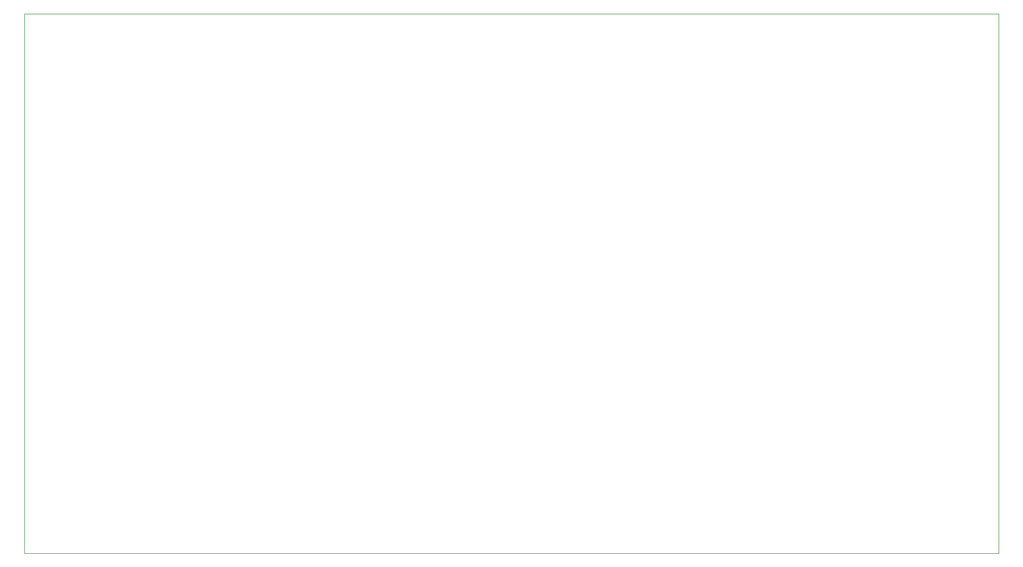
<source format=gm1>
G04 #@! TF.GenerationSoftware,KiCad,Pcbnew,8.0.8*
G04 #@! TF.CreationDate,2025-02-25T19:49:03+01:00*
G04 #@! TF.ProjectId,Overlord,4f766572-6c6f-4726-942e-6b696361645f,rev?*
G04 #@! TF.SameCoordinates,Original*
G04 #@! TF.FileFunction,Profile,NP*
%FSLAX46Y46*%
G04 Gerber Fmt 4.6, Leading zero omitted, Abs format (unit mm)*
G04 Created by KiCad (PCBNEW 8.0.8) date 2025-02-25 19:49:03*
%MOMM*%
%LPD*%
G01*
G04 APERTURE LIST*
G04 #@! TA.AperFunction,Profile*
%ADD10C,0.050000*%
G04 #@! TD*
G04 APERTURE END LIST*
D10*
X25100000Y-111600000D02*
X25100000Y-25300000D01*
X25100000Y-25300000D02*
X180800000Y-25300000D01*
X180800000Y-25300000D02*
X180800000Y-111600000D01*
X180800000Y-111600000D02*
X25100000Y-111600000D01*
M02*

</source>
